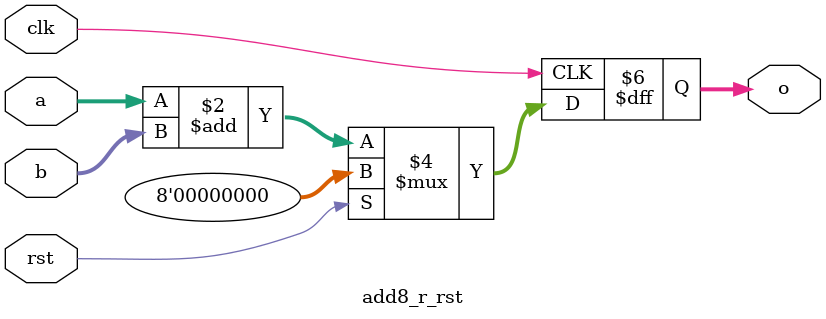
<source format=v>
module add8_r_rst(
    input [7:0] a,
    input [7:0] b,
    input clk,
    input rst,
    output reg [7:0] o
);

always @ (posedge clk) begin
    if (rst)
        o <= 1'b0;
    else 
        o <= a + b;
end

endmodule
</source>
